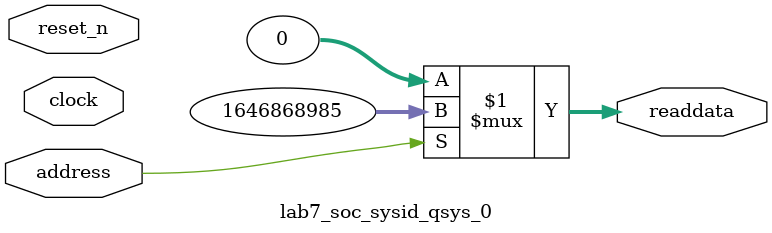
<source format=v>



// synthesis translate_off
`timescale 1ns / 1ps
// synthesis translate_on

// turn off superfluous verilog processor warnings 
// altera message_level Level1 
// altera message_off 10034 10035 10036 10037 10230 10240 10030 

module lab7_soc_sysid_qsys_0 (
               // inputs:
                address,
                clock,
                reset_n,

               // outputs:
                readdata
             )
;

  output  [ 31: 0] readdata;
  input            address;
  input            clock;
  input            reset_n;

  wire    [ 31: 0] readdata;
  //control_slave, which is an e_avalon_slave
  assign readdata = address ? 1646868985 : 0;

endmodule



</source>
